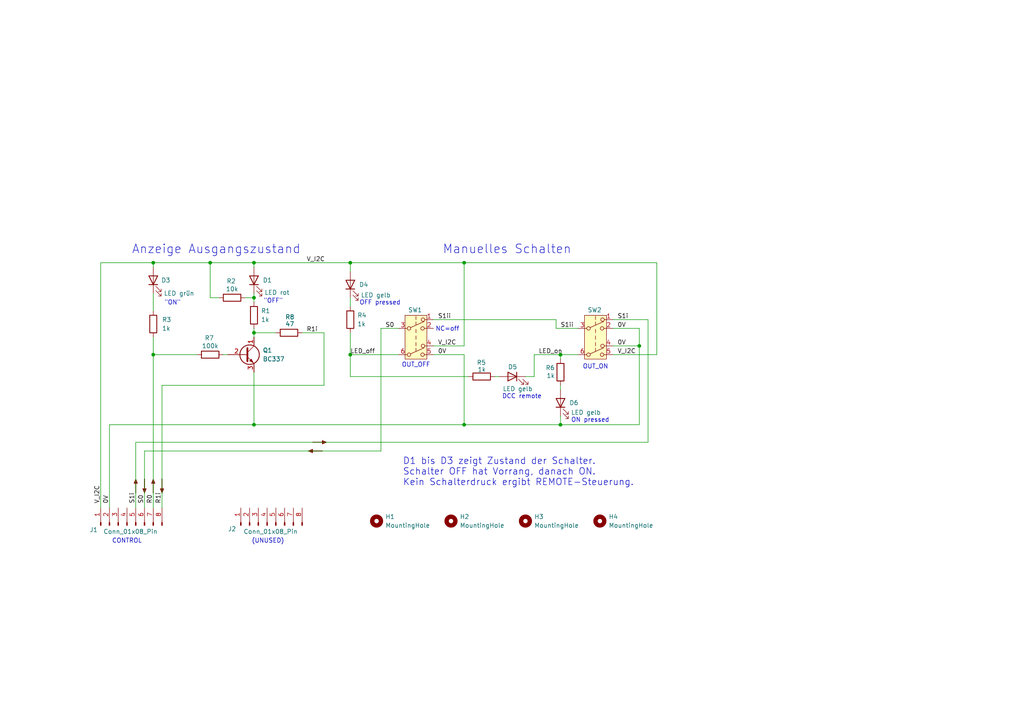
<source format=kicad_sch>
(kicad_sch (version 20231120) (generator "eeschema") (generator_version "8.0")
  (paper "A4")
  (title_block (date "2024-11-24"))
  (lib_symbols
    (symbol "Connector:Conn_01x08_Pin" (pin_names (offset 1.016) hide)
      (property "Reference" "J" (at 0 10.16 0))
      (property "Value" "Conn_01x08_Pin" (at 0 -12.7 0))
      (symbol "Conn_01x08_Pin_1_1"
        (polyline (pts (xy 1.27 -10.16) (xy 0.8636 -10.16)) (stroke (width 0.1524)))
        (polyline (pts (xy 1.27 -7.62) (xy 0.8636 -7.62)) (stroke (width 0.1524)))
        (polyline (pts (xy 1.27 -5.08) (xy 0.8636 -5.08)) (stroke (width 0.1524)))
        (polyline (pts (xy 1.27 -2.54) (xy 0.8636 -2.54)) (stroke (width 0.1524)))
        (polyline (pts (xy 1.27 0) (xy 0.8636 0)) (stroke (width 0.1524)))
        (polyline (pts (xy 1.27 2.54) (xy 0.8636 2.54)) (stroke (width 0.1524)))
        (polyline (pts (xy 1.27 5.08) (xy 0.8636 5.08)) (stroke (width 0.1524)))
        (polyline (pts (xy 1.27 7.62) (xy 0.8636 7.62)) (stroke (width 0.1524)))
        (rectangle (start 0.8636 -10.033) (end 0 -10.287) (stroke (width 0.1524)) (fill (type outline)))
        (rectangle (start 0.8636 -7.493) (end 0 -7.747) (stroke (width 0.1524)) (fill (type outline)))
        (rectangle (start 0.8636 -4.953) (end 0 -5.207) (stroke (width 0.1524)) (fill (type outline)))
        (rectangle (start 0.8636 -2.413) (end 0 -2.667) (stroke (width 0.1524)) (fill (type outline)))
        (rectangle (start 0.8636 0.127) (end 0 -0.127) (stroke (width 0.1524)) (fill (type outline)))
        (rectangle (start 0.8636 2.667) (end 0 2.413) (stroke (width 0.1524)) (fill (type outline)))
        (rectangle (start 0.8636 5.207) (end 0 4.953) (stroke (width 0.1524)) (fill (type outline)))
        (rectangle (start 0.8636 7.747) (end 0 7.493) (stroke (width 0.1524)) (fill (type outline)))
        (pin passive line (at 5.08 7.62 180) (length 3.81) (name "Pin_1") (number "1"))
        (pin passive line (at 5.08 5.08 180) (length 3.81) (name "Pin_2") (number "2"))
        (pin passive line (at 5.08 2.54 180) (length 3.81) (name "Pin_3") (number "3"))
        (pin passive line (at 5.08 0 180) (length 3.81) (name "Pin_4") (number "4"))
        (pin passive line (at 5.08 -2.54 180) (length 3.81) (name "Pin_5") (number "5"))
        (pin passive line (at 5.08 -5.08 180) (length 3.81) (name "Pin_6") (number "6"))
        (pin passive line (at 5.08 -7.62 180) (length 3.81) (name "Pin_7") (number "7"))
        (pin passive line (at 5.08 -10.16 180) (length 3.81) (name "Pin_8") (number "8"))
      )
    )
    (symbol "Device:LED" (pin_numbers hide) (pin_names (offset 1.016) hide)
      (property "Reference" "D" (at 0 2.54 0))
      (property "Value" "LED" (at 0 -2.54 0))
      (symbol "LED_0_1"
        (polyline (pts (xy -1.27 -1.27) (xy -1.27 1.27)) (stroke (width 0.254)))
        (polyline (pts (xy -1.27 0) (xy 1.27 0)))
        (polyline (pts (xy 1.27 -1.27) (xy 1.27 1.27) (xy -1.27 0) (xy 1.27 -1.27)) (stroke (width 0.254)))
        (polyline (pts (xy -3.048 -0.762) (xy -4.572 -2.286) (xy -3.81 -2.286) (xy -4.572 -2.286) (xy -4.572 -1.524)))
        (polyline (pts (xy -1.778 -0.762) (xy -3.302 -2.286) (xy -2.54 -2.286) (xy -3.302 -2.286) (xy -3.302 -1.524)))
      )
      (symbol "LED_1_1"
        (pin passive line (at -3.81 0 0) (length 2.54) (name "K") (number "1"))
        (pin passive line (at 3.81 0 180) (length 2.54) (name "A") (number "2"))
      )
    )
    (symbol "Device:R" (pin_numbers hide) (pin_names (offset 0))
      (property "Reference" "R" (at 2.032 0 90))
      (property "Value" "R" (at 0 0 90))
      (symbol "R_0_1"
        (rectangle (start -1.016 -2.54) (end 1.016 2.54) (stroke (width 0.254)))
      )
      (symbol "R_1_1"
        (pin passive line (at 0 3.81 270) (length 1.27) (name "~") (number "1"))
        (pin passive line (at 0 -3.81 90) (length 1.27) (name "~") (number "2"))
      )
    )
    (symbol "Graphic:SYM_Arrow_Small" (in_bom no) (on_board no)
      (symbol "SYM_Arrow_Small_0_1"
        (polyline (pts (xy 1.524 0) (xy -2.032 0)) (stroke (width 0.254)))
        (polyline (pts (xy 2.032 0) (xy 0.762 -0.508) (xy 0.762 0.508) (xy 2.032 0)) (fill (type outline)))
      )
    )
    (symbol "Transistor_BJT:BC337" (pin_names (offset 0) hide)
      (property "Reference" "Q" (at 5.08 1.905 0))
      (property "Value" "BC337" (at 5.08 0 0))
      (symbol "BC337_0_1"
        (polyline (pts (xy 0 0) (xy 0.635 0)))
        (polyline (pts (xy 0.635 0.635) (xy 2.54 2.54)))
        (polyline (pts (xy 0.635 -0.635) (xy 2.54 -2.54) (xy 2.54 -2.54)))
        (polyline (pts (xy 0.635 1.905) (xy 0.635 -1.905) (xy 0.635 -1.905)) (stroke (width 0.508)))
        (polyline (pts (xy 1.27 -1.778) (xy 1.778 -1.27) (xy 2.286 -2.286) (xy 1.27 -1.778) (xy 1.27 -1.778)) (fill (type outline)))
        (circle (center 1.27 0) (radius 2.8194) (stroke (width 0.254)))
      )
      (symbol "BC337_1_1"
        (pin passive line (at 2.54 5.08 270) (length 2.54) (name "C") (number "1"))
        (pin input line (at -5.08 0 0) (length 5.08) (name "B") (number "2"))
        (pin passive line (at 2.54 -5.08 90) (length 2.54) (name "E") (number "3"))
      )
    )
    (symbol "_kh_library:MountingHole" (pin_names (offset 1.016)) (exclude_from_sim yes) (in_bom no)
      (property "Reference" "H" (at 0 5.08 0))
      (property "Value" "MountingHole" (at 0 3.175 0))
      (symbol "MountingHole_0_1"
        (circle (center 0 0) (radius 1.27) (stroke (width 1.27)))
      )
    )
    (symbol "_kh_library:SW_Push_DPDT_8x8" (pin_names (offset 0) hide)
      (property "Reference" "SW" (at 0 10.16 0))
      (property "Value" "SW_Push_DPDT_8x8" (at -0.254 -5.08 0))
      (symbol "SW_Push_DPDT_8x8_0_0"
        (circle (center -2.032 -2.54) (radius 0.508))
        (circle (center -2.032 5.08) (radius 0.508))
        (circle (center 1.905 -2.54) (radius 0.508))
        (circle (center 1.905 5.08) (radius 0.508))
      )
      (symbol "SW_Push_DPDT_8x8_0_1"
        (polyline (pts (xy -1.524 -2.286) (xy 2.3368 -0.5588)))
        (polyline (pts (xy -1.524 5.334) (xy 2.3368 7.0612)))
        (polyline (pts (xy 0 -0.635) (xy 0 -1.524)))
        (polyline (pts (xy 0 0) (xy 0 1.016)))
        (polyline (pts (xy 0 1.905) (xy 0 2.921)))
        (polyline (pts (xy 0 6.985) (xy 0 6.096)))
        (circle (center 2.032 0) (radius 0.508))
        (circle (center 2.032 7.62) (radius 0.508))
      )
      (symbol "SW_Push_DPDT_8x8_1_1"
        (rectangle (start -3.175 8.89) (end 3.175 -3.81) (fill (type background)))
        (polyline (pts (xy 0 3.81) (xy 0 4.826)))
        (polyline (pts (xy 0 7.62) (xy 0 8.636)))
        (pin passive line (at 5.08 7.62 180) (length 2.54) (name "A") (number "1"))
        (pin passive line (at 5.08 5.08 180) (length 2.54) (name "B") (number "2"))
        (pin passive line (at -5.08 5.08 0) (length 2.54) (name "C") (number "3"))
        (pin passive line (at 5.08 0 180) (length 2.54) (name "A") (number "4"))
        (pin passive line (at 5.08 -2.54 180) (length 2.54) (name "B") (number "5"))
        (pin passive line (at -5.08 -2.54 0) (length 2.54) (name "C") (number "6"))
      )
    )
  )
  (junction (at 44.45 102.87))
  (junction (at 73.66 86.36))
  (junction (at 44.45 76.2))
  (junction (at 162.56 102.87))
  (junction (at 134.62 123.19))
  (junction (at 134.62 76.2))
  (junction (at 73.66 96.52))
  (junction (at 101.6 102.87))
  (junction (at 185.42 100.33))
  (junction (at 101.6 76.2))
  (junction (at 162.56 123.19))
  (junction (at 60.96 76.2))
  (junction (at 73.66 123.19))
  (junction (at 73.66 76.2))
  (wire (pts (xy 73.66 123.19) (xy 134.62 123.19)))
  (wire (pts (xy 125.73 102.87) (xy 134.62 102.87)))
  (wire (pts (xy 60.96 86.36) (xy 63.5 86.36)))
  (wire (pts (xy 162.56 120.65) (xy 162.56 123.19)))
  (wire (pts (xy 101.6 86.36) (xy 101.6 88.9)))
  (wire (pts (xy 190.5 102.87) (xy 190.5 76.2)))
  (wire (pts (xy 134.62 100.33) (xy 125.73 100.33)))
  (wire (pts (xy 110.49 130.81) (xy 41.91 130.81)))
  (wire (pts (xy 185.42 95.25) (xy 185.42 100.33)))
  (wire (pts (xy 152.4 109.22) (xy 154.94 109.22)))
  (wire (pts (xy 31.75 123.19) (xy 73.66 123.19)))
  (wire (pts (xy 154.94 109.22) (xy 154.94 102.87)))
  (wire (pts (xy 125.73 92.71) (xy 161.29 92.71)))
  (wire (pts (xy 190.5 76.2) (xy 134.62 76.2)))
  (wire (pts (xy 46.99 111.76) (xy 93.98 111.76)))
  (wire (pts (xy 60.96 76.2) (xy 73.66 76.2)))
  (wire (pts (xy 29.21 76.2) (xy 29.21 147.32)))
  (wire (pts (xy 161.29 95.25) (xy 167.64 95.25)))
  (wire (pts (xy 101.6 102.87) (xy 101.6 109.22)))
  (wire (pts (xy 143.51 109.22) (xy 144.78 109.22)))
  (wire (pts (xy 31.75 147.32) (xy 31.75 123.19)))
  (wire (pts (xy 73.66 96.52) (xy 80.01 96.52)))
  (wire (pts (xy 71.12 86.36) (xy 73.66 86.36)))
  (wire (pts (xy 41.91 130.81) (xy 41.91 147.32)))
  (wire (pts (xy 154.94 102.87) (xy 162.56 102.87)))
  (wire (pts (xy 73.66 76.2) (xy 101.6 76.2)))
  (wire (pts (xy 73.66 107.95) (xy 73.66 123.19)))
  (wire (pts (xy 110.49 130.81) (xy 110.49 95.25)))
  (wire (pts (xy 73.66 96.52) (xy 73.66 97.79)))
  (wire (pts (xy 110.49 95.25) (xy 115.57 95.25)))
  (wire (pts (xy 101.6 96.52) (xy 101.6 102.87)))
  (wire (pts (xy 101.6 76.2) (xy 101.6 78.74)))
  (wire (pts (xy 46.99 147.32) (xy 46.99 111.76)))
  (wire (pts (xy 162.56 111.76) (xy 162.56 113.03)))
  (wire (pts (xy 177.8 100.33) (xy 185.42 100.33)))
  (wire (pts (xy 44.45 85.09) (xy 44.45 90.17)))
  (wire (pts (xy 101.6 102.87) (xy 115.57 102.87)))
  (wire (pts (xy 134.62 76.2) (xy 134.62 100.33)))
  (wire (pts (xy 185.42 100.33) (xy 185.42 123.19)))
  (wire (pts (xy 185.42 123.19) (xy 162.56 123.19)))
  (wire (pts (xy 39.37 128.27) (xy 39.37 147.32)))
  (wire (pts (xy 187.96 92.71) (xy 187.96 128.27)))
  (wire (pts (xy 134.62 102.87) (xy 134.62 123.19)))
  (wire (pts (xy 101.6 76.2) (xy 134.62 76.2)))
  (wire (pts (xy 93.98 111.76) (xy 93.98 96.52)))
  (wire (pts (xy 177.8 95.25) (xy 185.42 95.25)))
  (wire (pts (xy 73.66 85.09) (xy 73.66 86.36)))
  (wire (pts (xy 64.77 102.87) (xy 66.04 102.87)))
  (wire (pts (xy 73.66 76.2) (xy 73.66 77.47)))
  (wire (pts (xy 177.8 102.87) (xy 190.5 102.87)))
  (wire (pts (xy 87.63 96.52) (xy 93.98 96.52)))
  (wire (pts (xy 44.45 76.2) (xy 44.45 77.47)))
  (wire (pts (xy 44.45 102.87) (xy 44.45 147.32)))
  (wire (pts (xy 167.64 102.87) (xy 162.56 102.87)))
  (wire (pts (xy 44.45 102.87) (xy 57.15 102.87)))
  (wire (pts (xy 44.45 76.2) (xy 29.21 76.2)))
  (wire (pts (xy 44.45 97.79) (xy 44.45 102.87)))
  (wire (pts (xy 73.66 95.25) (xy 73.66 96.52)))
  (wire (pts (xy 161.29 92.71) (xy 161.29 95.25)))
  (wire (pts (xy 177.8 92.71) (xy 187.96 92.71)))
  (wire (pts (xy 162.56 123.19) (xy 134.62 123.19)))
  (wire (pts (xy 73.66 86.36) (xy 73.66 87.63)))
  (wire (pts (xy 44.45 76.2) (xy 60.96 76.2)))
  (wire (pts (xy 39.37 128.27) (xy 187.96 128.27)))
  (wire (pts (xy 60.96 86.36) (xy 60.96 76.2)))
  (wire (pts (xy 162.56 104.14) (xy 162.56 102.87)))
  (wire (pts (xy 101.6 109.22) (xy 135.89 109.22)))
  (text "ON pressed" (at 171.196 121.92 0) (effects (font (size 1.27 1.27))))
  (text "(UNUSED)" (at 77.724 156.972 0) (effects (font (size 1.27 1.27))))
  (text "OUT_OFF" (at 120.65 105.918 0) (effects (font (size 1.27 1.27))))
  (text "D1 bis D3 zeigt Zustand der Schalter.\nSchalter OFF hat Vorrang, danach ON.\nKein Schalterdruck ergibt REMOTE-Steuerung." (at 116.84 136.906 0) (effects (font (size 1.905 1.905)) (justify left)))
  (text "Manuelles Schalten" (at 147.066 72.39 0) (effects (font (size 2.54 2.54))))
  (text "\"OFF\"" (at 79.248 87.376 0) (effects (font (size 1.27 1.27))))
  (text "CONTROL" (at 36.83 156.972 0) (effects (font (size 1.27 1.27))))
  (text "OUT_ON" (at 172.72 106.426 0) (effects (font (size 1.27 1.27))))
  (text "OFF pressed" (at 110.236 87.884 0) (effects (font (size 1.27 1.27))))
  (text "Anzeige Ausgangszustand" (at 62.738 72.39 0) (effects (font (size 2.54 2.54))))
  (text "\"ON\"" (at 50.038 87.884 0) (effects (font (size 1.27 1.27))))
  (text "DCC remote" (at 151.384 115.062 0) (effects (font (size 1.27 1.27))))
  (text "NC=off" (at 129.794 95.504 0) (effects (font (size 1.27 1.27))))
  (label "S1ii" (at 127 92.71 0))
  (label "S1ii" (at 162.56 95.25 0))
  (label "R0" (at 44.45 146.05 90))
  (label "S1i" (at 39.37 146.05 90))
  (label "R1i" (at 88.9 96.52 0))
  (label "0V" (at 127 102.87 0))
  (label "V_I2C" (at 29.21 146.05 90))
  (label "S1i" (at 179.07 92.71 0))
  (label "V_I2C" (at 127 100.33 0))
  (label "V_I2C" (at 88.9 76.2 0))
  (label "S0" (at 41.91 146.05 90))
  (label "V_I2C" (at 179.07 102.87 0))
  (label "LED_on" (at 156.21 102.87 0))
  (label "S0" (at 111.76 95.25 0))
  (label "LED_off" (at 101.6 102.87 0))
  (label "R1i" (at 46.99 146.05 90))
  (label "0V" (at 179.07 95.25 0))
  (label "0V" (at 31.75 146.05 90))
  (label "0V" (at 179.07 100.33 0))
  (symbol (lib_id "Device:R") (at 83.82 96.52 90) (unit 1)
    (property "Reference" "R8" (at 84.074 91.948 90))
    (property "Value" "47" (at 84.074 93.98 90))
    (property "Footprint" "_kh_library:R_Axial_DIN0204_L3.6mm_D1.6mm_P10,16mm_Horizontal" (effects (hide yes)))
  )
  (symbol (lib_id "Device:LED") (at 162.56 116.84 90) (unit 1)
    (property "Reference" "D6" (at 165.1 116.84 90) (effects (justify right)))
    (property "Value" "LED gelb" (at 165.608 119.634 90) (effects (justify right)))
    (property "Footprint" "LED_THT:LED_D3.0mm" (effects (hide yes)))
  )
  (symbol (lib_id "Device:LED") (at 73.66 81.28 90) (unit 1)
    (property "Reference" "D1" (at 76.2 81.28 90) (effects (justify right)))
    (property "Value" "LED rot" (at 76.708 84.836 90) (effects (justify right)))
    (property "Footprint" "LED_THT:LED_D3.0mm" (effects (hide yes)))
  )
  (symbol (lib_id "Graphic:SYM_Arrow_Small") (at 39.37 140.97 90) (unit 1) (exclude_from_sim yes) (in_bom no) (on_board no)
    (property "Reference" "#SYM7" (effects (hide yes)))
    (property "Value" "SYM_Arrow_Small" (effects (hide yes)))
    (property "Description" "Filled arrow, 160mil" (effects (hide yes)))
  )
  (symbol (lib_id "_kh_library:MountingHole") (at 109.22 151.13 0) (unit 1) (exclude_from_sim yes) (in_bom no)
    (property "Reference" "H1" (at 111.76 149.8599 0) (effects (justify left)))
    (property "Value" "MountingHole" (at 111.76 152.3999 0) (effects (justify left)))
    (property "Footprint" "_kh_library:MountingHole_2.2mm_M2_Pad_TopBottom_kh" (effects (hide yes)))
    (property "Description" "Mounting Hole without connection" (effects (hide yes)))
  )
  (symbol (lib_id "Device:R") (at 44.45 93.98 0) (unit 1)
    (property "Reference" "R3" (at 46.99 92.7099 0) (effects (justify left)))
    (property "Value" "1k" (at 46.99 95.2499 0) (effects (justify left)))
    (property "Footprint" "Resistor_THT:R_Axial_DIN0204_L3.6mm_D1.6mm_P2.54mm_Vertical" (effects (hide yes)))
  )
  (symbol (lib_id "_kh_library:SW_Push_DPDT_8x8") (at 172.72 100.33 0) (unit 1)
    (property "Reference" "SW2" (at 172.466 89.916 0))
    (property "Value" "SW_Push_DPDT_8x8" (effects (hide yes)))
    (property "Footprint" "_kh_library:SW_Push_DPDT_8x8" (effects (hide yes)))
    (property "Description" "Taster_2xUM" (effects (hide yes)))
  )
  (symbol (lib_id "Device:LED") (at 44.45 81.28 90) (unit 1)
    (property "Reference" "D3" (at 46.736 81.28 90) (effects (justify right)))
    (property "Value" "LED grün" (at 47.498 85.09 90) (effects (justify right)))
    (property "Footprint" "LED_THT:LED_D3.0mm" (effects (hide yes)))
  )
  (symbol (lib_id "Device:R") (at 60.96 102.87 90) (unit 1)
    (property "Reference" "R7" (at 60.706 98.044 90))
    (property "Value" "100k" (at 60.96 100.33 90))
    (property "Footprint" "_kh_library:R_Axial_DIN0204_L3.6mm_D1.6mm_P3.81mm_Vertical_kh" (effects (hide yes)))
  )
  (symbol (lib_id "Device:R") (at 162.56 107.95 0) (unit 1)
    (property "Reference" "R6" (at 158.242 106.68 0) (effects (justify left)))
    (property "Value" "1k" (at 158.496 108.966 0) (effects (justify left)))
    (property "Footprint" "Resistor_THT:R_Axial_DIN0204_L3.6mm_D1.6mm_P2.54mm_Vertical" (effects (hide yes)))
  )
  (symbol (lib_id "Device:R") (at 73.66 91.44 0) (unit 1)
    (property "Reference" "R1" (at 75.692 90.17 0) (effects (justify left)))
    (property "Value" "1k" (at 75.692 92.71 0) (effects (justify left)))
    (property "Footprint" "Resistor_THT:R_Axial_DIN0204_L3.6mm_D1.6mm_P2.54mm_Vertical" (effects (hide yes)))
  )
  (symbol (lib_id "Graphic:SYM_Arrow_Small") (at 46.99 140.97 270) (unit 1) (exclude_from_sim yes) (in_bom no) (on_board no)
    (property "Reference" "#SYM3" (effects (hide yes)))
    (property "Value" "SYM_Arrow_Small" (effects (hide yes)))
    (property "Description" "Filled arrow, 160mil" (effects (hide yes)))
  )
  (symbol (lib_id "Transistor_BJT:BC337") (at 71.12 102.87 0) (unit 1)
    (property "Reference" "Q1" (at 76.2 101.5999 0) (effects (justify left)))
    (property "Value" "BC337" (at 76.2 104.1399 0) (effects (justify left)))
    (property "Footprint" "_kh_library:TO-92_Inline_Wide_custom" (effects (hide yes)))
    (property "Datasheet" "https://diotec.com/tl_files/diotec/files/pdf/datasheets/bc337.pdf" (effects (hide yes)))
  )
  (symbol (lib_id "_kh_library:MountingHole") (at 152.4 151.13 0) (unit 1) (exclude_from_sim yes) (in_bom no)
    (property "Reference" "H3" (at 154.94 149.8599 0) (effects (justify left)))
    (property "Value" "MountingHole" (at 154.94 152.3999 0) (effects (justify left)))
    (property "Footprint" "_kh_library:MountingHole_2.2mm_M2_Pad_TopBottom_kh" (effects (hide yes)))
    (property "Description" "Mounting Hole without connection" (effects (hide yes)))
  )
  (symbol (lib_id "_kh_library:MountingHole") (at 130.81 151.13 0) (unit 1) (exclude_from_sim yes) (in_bom no)
    (property "Reference" "H2" (at 133.35 149.8599 0) (effects (justify left)))
    (property "Value" "MountingHole" (at 133.35 152.3999 0) (effects (justify left)))
    (property "Footprint" "_kh_library:MountingHole_2.2mm_M2_Pad_TopBottom_kh" (effects (hide yes)))
    (property "Description" "Mounting Hole without connection" (effects (hide yes)))
  )
  (symbol (lib_id "_kh_library:MountingHole") (at 173.99 151.13 0) (unit 1) (exclude_from_sim yes) (in_bom no)
    (property "Reference" "H4" (at 176.53 149.8599 0) (effects (justify left)))
    (property "Value" "MountingHole" (at 176.53 152.3999 0) (effects (justify left)))
    (property "Footprint" "_kh_library:MountingHole_2.2mm_M2_Pad_TopBottom_kh" (effects (hide yes)))
    (property "Description" "Mounting Hole without connection" (effects (hide yes)))
  )
  (symbol (lib_id "Device:R") (at 101.6 92.71 0) (unit 1)
    (property "Reference" "R4" (at 103.632 91.44 0) (effects (justify left)))
    (property "Value" "1k" (at 103.632 93.98 0) (effects (justify left)))
    (property "Footprint" "Resistor_THT:R_Axial_DIN0204_L3.6mm_D1.6mm_P2.54mm_Vertical" (effects (hide yes)))
  )
  (symbol (lib_id "Connector:Conn_01x08_Pin") (at 77.47 152.4 90) (unit 1)
    (property "Reference" "J2" (at 67.31 153.416 90))
    (property "Value" "Conn_01x08_Pin" (at 78.486 154.178 90))
    (property "Footprint" "_kh_library:PinSocket_1x08_P2.54mm_Vertical_11mm_kh" (effects (hide yes)))
    (property "Description" "Generic connector, single row, 01x08, script generated" (effects (hide yes)))
  )
  (symbol (lib_id "Graphic:SYM_Arrow_Small") (at 91.44 130.81 180) (unit 1) (exclude_from_sim yes) (in_bom no) (on_board no)
    (property "Reference" "#SYM9" (effects (hide yes)))
    (property "Value" "SYM_Arrow_Small" (effects (hide yes)))
    (property "Description" "Filled arrow, 160mil" (effects (hide yes)))
  )
  (symbol (lib_id "Device:LED") (at 101.6 82.55 90) (unit 1)
    (property "Reference" "D4" (at 104.14 82.55 90) (effects (justify right)))
    (property "Value" "LED gelb" (at 104.648 85.598 90) (effects (justify right)))
    (property "Footprint" "LED_THT:LED_D3.0mm" (effects (hide yes)))
  )
  (symbol (lib_id "Graphic:SYM_Arrow_Small") (at 92.71 128.27 0) (unit 1) (exclude_from_sim yes) (in_bom no) (on_board no)
    (property "Reference" "#SYM8" (effects (hide yes)))
    (property "Value" "SYM_Arrow_Small" (effects (hide yes)))
    (property "Description" "Filled arrow, 160mil" (effects (hide yes)))
  )
  (symbol (lib_id "Device:LED") (at 148.59 109.22 0) (mirror y) (unit 1)
    (property "Reference" "D5" (at 147.32 106.426 0) (effects (justify right)))
    (property "Value" "LED gelb" (at 145.796 112.776 0) (effects (justify right)))
    (property "Footprint" "LED_THT:LED_D3.0mm" (effects (hide yes)))
  )
  (symbol (lib_id "Device:R") (at 139.7 109.22 90) (unit 1)
    (property "Reference" "R5" (at 140.97 105.156 90) (effects (justify left)))
    (property "Value" "1k" (at 140.97 107.188 90) (effects (justify left)))
    (property "Footprint" "Resistor_THT:R_Axial_DIN0204_L3.6mm_D1.6mm_P2.54mm_Vertical" (effects (hide yes)))
  )
  (symbol (lib_id "Device:R") (at 67.31 86.36 90) (unit 1)
    (property "Reference" "R2" (at 67.056 81.534 90))
    (property "Value" "10k" (at 67.31 83.82 90))
    (property "Footprint" "_kh_library:R_Axial_DIN0204_L3.6mm_D1.6mm_P2.54mm_Vertical_kh" (effects (hide yes)))
  )
  (symbol (lib_id "Graphic:SYM_Arrow_Small") (at 41.91 140.97 270) (unit 1) (exclude_from_sim yes) (in_bom no) (on_board no)
    (property "Reference" "#SYM10" (effects (hide yes)))
    (property "Value" "SYM_Arrow_Small" (effects (hide yes)))
    (property "Description" "Filled arrow, 160mil" (effects (hide yes)))
  )
  (symbol (lib_id "Graphic:SYM_Arrow_Small") (at 44.45 140.97 90) (unit 1) (exclude_from_sim yes) (in_bom no) (on_board no)
    (property "Reference" "#SYM4" (effects (hide yes)))
    (property "Value" "SYM_Arrow_Small" (effects (hide yes)))
    (property "Description" "Filled arrow, 160mil" (effects (hide yes)))
  )
  (symbol (lib_id "_kh_library:SW_Push_DPDT_8x8") (at 120.65 100.33 0) (unit 1)
    (property "Reference" "SW1" (at 120.396 89.916 0))
    (property "Value" "SW_Push_DPDT_8x8" (effects (hide yes)))
    (property "Footprint" "_kh_library:SW_Push_DPDT_8x8" (effects (hide yes)))
    (property "Description" "Taster_2xUM" (effects (hide yes)))
  )
  (symbol (lib_id "Connector:Conn_01x08_Pin") (at 36.83 152.4 90) (unit 1)
    (property "Reference" "J1" (at 27.178 153.67 90))
    (property "Value" "Conn_01x08_Pin" (at 37.846 154.178 90))
    (property "Footprint" "_kh_library:PinSocket_1x08_P2.54mm_Vertical_11mm_kh" (effects (hide yes)))
    (property "Description" "Generic connector, single row, 01x08, script generated" (effects (hide yes)))
  )
)
</source>
